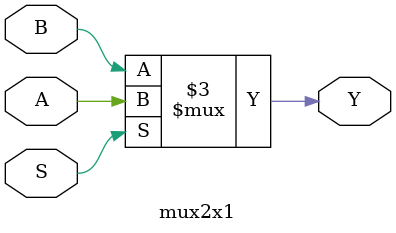
<source format=v>
module mux2x1(Y,A,S,B);
 input A,B,S;
 output reg Y;
 always @(*)
	 begin
		 if(S)
			 Y=A;
		 else
			 Y=B;
	end
 endmodule

</source>
